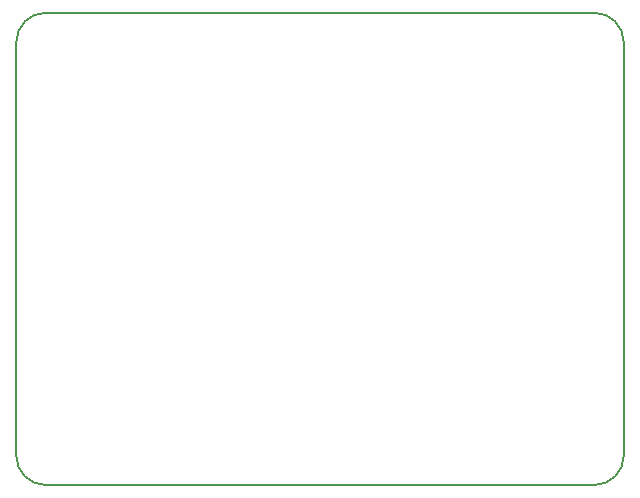
<source format=gm1>
G04*
G04 #@! TF.GenerationSoftware,Altium Limited,Altium Designer,20.1.7 (139)*
G04*
G04 Layer_Color=16711935*
%FSAX25Y25*%
%MOIN*%
G70*
G04*
G04 #@! TF.SameCoordinates,E0FEAD2B-5758-45BC-B138-3864F7F5ABB7*
G04*
G04*
G04 #@! TF.FilePolarity,Positive*
G04*
G01*
G75*
%ADD32C,0.00700*%
D32*
X0202480Y0147638D02*
G03*
X0192638Y0157480I-0009843J0000000D01*
G01*
Y0000000D02*
G03*
X0202480Y0009843I0000000J0009843D01*
G01*
X0000000D02*
G03*
X0009843Y0000000I0009843J0000000D01*
G01*
Y0157480D02*
G03*
X0000000Y0147638I0000000J-0009843D01*
G01*
X0202480Y0009843D02*
Y0147638D01*
X0009843Y0000000D02*
X0192638D01*
X0009843Y0157480D02*
X0192638D01*
X0000000Y0009843D02*
Y0147638D01*
M02*

</source>
